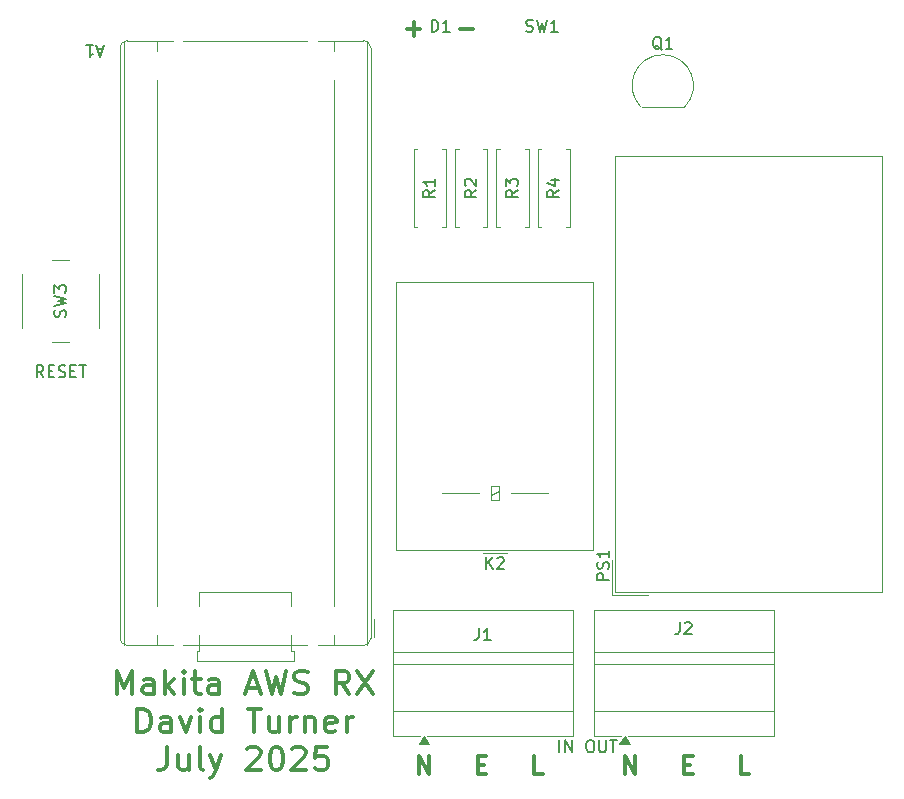
<source format=gto>
%TF.GenerationSoftware,KiCad,Pcbnew,9.0.2+dfsg-1*%
%TF.CreationDate,2025-07-19T12:09:05+01:00*%
%TF.ProjectId,makita_aws_rx,6d616b69-7461-45f6-9177-735f72782e6b,rev?*%
%TF.SameCoordinates,Original*%
%TF.FileFunction,Legend,Top*%
%TF.FilePolarity,Positive*%
%FSLAX46Y46*%
G04 Gerber Fmt 4.6, Leading zero omitted, Abs format (unit mm)*
G04 Created by KiCad (PCBNEW 9.0.2+dfsg-1) date 2025-07-19 12:09:05*
%MOMM*%
%LPD*%
G01*
G04 APERTURE LIST*
%ADD10C,0.300000*%
%ADD11C,0.150000*%
%ADD12C,0.200000*%
%ADD13C,0.120000*%
G04 APERTURE END LIST*
D10*
X197554510Y-53229400D02*
X198697368Y-53229400D01*
X193054510Y-53229400D02*
X194197368Y-53229400D01*
X193625939Y-53800828D02*
X193625939Y-52657971D01*
X211554510Y-116300828D02*
X211554510Y-114800828D01*
X211554510Y-114800828D02*
X212411653Y-116300828D01*
X212411653Y-116300828D02*
X212411653Y-114800828D01*
X216554510Y-115515114D02*
X217054510Y-115515114D01*
X217268796Y-116300828D02*
X216554510Y-116300828D01*
X216554510Y-116300828D02*
X216554510Y-114800828D01*
X216554510Y-114800828D02*
X217268796Y-114800828D01*
X222054510Y-116300828D02*
X221340224Y-116300828D01*
X221340224Y-116300828D02*
X221340224Y-114800828D01*
X194054510Y-116300828D02*
X194054510Y-114800828D01*
X194054510Y-114800828D02*
X194911653Y-116300828D01*
X194911653Y-116300828D02*
X194911653Y-114800828D01*
X199054510Y-115515114D02*
X199554510Y-115515114D01*
X199768796Y-116300828D02*
X199054510Y-116300828D01*
X199054510Y-116300828D02*
X199054510Y-114800828D01*
X199054510Y-114800828D02*
X199768796Y-114800828D01*
X204554510Y-116300828D02*
X203840224Y-116300828D01*
X203840224Y-116300828D02*
X203840224Y-114800828D01*
X168488094Y-109549862D02*
X168488094Y-107549862D01*
X168488094Y-107549862D02*
X169154761Y-108978433D01*
X169154761Y-108978433D02*
X169821427Y-107549862D01*
X169821427Y-107549862D02*
X169821427Y-109549862D01*
X171630951Y-109549862D02*
X171630951Y-108502243D01*
X171630951Y-108502243D02*
X171535713Y-108311766D01*
X171535713Y-108311766D02*
X171345237Y-108216528D01*
X171345237Y-108216528D02*
X170964284Y-108216528D01*
X170964284Y-108216528D02*
X170773808Y-108311766D01*
X171630951Y-109454624D02*
X171440475Y-109549862D01*
X171440475Y-109549862D02*
X170964284Y-109549862D01*
X170964284Y-109549862D02*
X170773808Y-109454624D01*
X170773808Y-109454624D02*
X170678570Y-109264147D01*
X170678570Y-109264147D02*
X170678570Y-109073671D01*
X170678570Y-109073671D02*
X170773808Y-108883195D01*
X170773808Y-108883195D02*
X170964284Y-108787957D01*
X170964284Y-108787957D02*
X171440475Y-108787957D01*
X171440475Y-108787957D02*
X171630951Y-108692719D01*
X172583332Y-109549862D02*
X172583332Y-107549862D01*
X172773808Y-108787957D02*
X173345237Y-109549862D01*
X173345237Y-108216528D02*
X172583332Y-108978433D01*
X174202380Y-109549862D02*
X174202380Y-108216528D01*
X174202380Y-107549862D02*
X174107142Y-107645100D01*
X174107142Y-107645100D02*
X174202380Y-107740338D01*
X174202380Y-107740338D02*
X174297618Y-107645100D01*
X174297618Y-107645100D02*
X174202380Y-107549862D01*
X174202380Y-107549862D02*
X174202380Y-107740338D01*
X174869047Y-108216528D02*
X175630951Y-108216528D01*
X175154761Y-107549862D02*
X175154761Y-109264147D01*
X175154761Y-109264147D02*
X175249999Y-109454624D01*
X175249999Y-109454624D02*
X175440475Y-109549862D01*
X175440475Y-109549862D02*
X175630951Y-109549862D01*
X177154761Y-109549862D02*
X177154761Y-108502243D01*
X177154761Y-108502243D02*
X177059523Y-108311766D01*
X177059523Y-108311766D02*
X176869047Y-108216528D01*
X176869047Y-108216528D02*
X176488094Y-108216528D01*
X176488094Y-108216528D02*
X176297618Y-108311766D01*
X177154761Y-109454624D02*
X176964285Y-109549862D01*
X176964285Y-109549862D02*
X176488094Y-109549862D01*
X176488094Y-109549862D02*
X176297618Y-109454624D01*
X176297618Y-109454624D02*
X176202380Y-109264147D01*
X176202380Y-109264147D02*
X176202380Y-109073671D01*
X176202380Y-109073671D02*
X176297618Y-108883195D01*
X176297618Y-108883195D02*
X176488094Y-108787957D01*
X176488094Y-108787957D02*
X176964285Y-108787957D01*
X176964285Y-108787957D02*
X177154761Y-108692719D01*
X179535714Y-108978433D02*
X180488095Y-108978433D01*
X179345238Y-109549862D02*
X180011904Y-107549862D01*
X180011904Y-107549862D02*
X180678571Y-109549862D01*
X181154762Y-107549862D02*
X181630952Y-109549862D01*
X181630952Y-109549862D02*
X182011905Y-108121290D01*
X182011905Y-108121290D02*
X182392857Y-109549862D01*
X182392857Y-109549862D02*
X182869048Y-107549862D01*
X183535714Y-109454624D02*
X183821428Y-109549862D01*
X183821428Y-109549862D02*
X184297619Y-109549862D01*
X184297619Y-109549862D02*
X184488095Y-109454624D01*
X184488095Y-109454624D02*
X184583333Y-109359385D01*
X184583333Y-109359385D02*
X184678571Y-109168909D01*
X184678571Y-109168909D02*
X184678571Y-108978433D01*
X184678571Y-108978433D02*
X184583333Y-108787957D01*
X184583333Y-108787957D02*
X184488095Y-108692719D01*
X184488095Y-108692719D02*
X184297619Y-108597481D01*
X184297619Y-108597481D02*
X183916666Y-108502243D01*
X183916666Y-108502243D02*
X183726190Y-108407004D01*
X183726190Y-108407004D02*
X183630952Y-108311766D01*
X183630952Y-108311766D02*
X183535714Y-108121290D01*
X183535714Y-108121290D02*
X183535714Y-107930814D01*
X183535714Y-107930814D02*
X183630952Y-107740338D01*
X183630952Y-107740338D02*
X183726190Y-107645100D01*
X183726190Y-107645100D02*
X183916666Y-107549862D01*
X183916666Y-107549862D02*
X184392857Y-107549862D01*
X184392857Y-107549862D02*
X184678571Y-107645100D01*
X188202381Y-109549862D02*
X187535714Y-108597481D01*
X187059524Y-109549862D02*
X187059524Y-107549862D01*
X187059524Y-107549862D02*
X187821429Y-107549862D01*
X187821429Y-107549862D02*
X188011905Y-107645100D01*
X188011905Y-107645100D02*
X188107143Y-107740338D01*
X188107143Y-107740338D02*
X188202381Y-107930814D01*
X188202381Y-107930814D02*
X188202381Y-108216528D01*
X188202381Y-108216528D02*
X188107143Y-108407004D01*
X188107143Y-108407004D02*
X188011905Y-108502243D01*
X188011905Y-108502243D02*
X187821429Y-108597481D01*
X187821429Y-108597481D02*
X187059524Y-108597481D01*
X188869048Y-107549862D02*
X190202381Y-109549862D01*
X190202381Y-107549862D02*
X188869048Y-109549862D01*
X170249999Y-112769750D02*
X170249999Y-110769750D01*
X170249999Y-110769750D02*
X170726189Y-110769750D01*
X170726189Y-110769750D02*
X171011904Y-110864988D01*
X171011904Y-110864988D02*
X171202380Y-111055464D01*
X171202380Y-111055464D02*
X171297618Y-111245940D01*
X171297618Y-111245940D02*
X171392856Y-111626892D01*
X171392856Y-111626892D02*
X171392856Y-111912607D01*
X171392856Y-111912607D02*
X171297618Y-112293559D01*
X171297618Y-112293559D02*
X171202380Y-112484035D01*
X171202380Y-112484035D02*
X171011904Y-112674512D01*
X171011904Y-112674512D02*
X170726189Y-112769750D01*
X170726189Y-112769750D02*
X170249999Y-112769750D01*
X173107142Y-112769750D02*
X173107142Y-111722131D01*
X173107142Y-111722131D02*
X173011904Y-111531654D01*
X173011904Y-111531654D02*
X172821428Y-111436416D01*
X172821428Y-111436416D02*
X172440475Y-111436416D01*
X172440475Y-111436416D02*
X172249999Y-111531654D01*
X173107142Y-112674512D02*
X172916666Y-112769750D01*
X172916666Y-112769750D02*
X172440475Y-112769750D01*
X172440475Y-112769750D02*
X172249999Y-112674512D01*
X172249999Y-112674512D02*
X172154761Y-112484035D01*
X172154761Y-112484035D02*
X172154761Y-112293559D01*
X172154761Y-112293559D02*
X172249999Y-112103083D01*
X172249999Y-112103083D02*
X172440475Y-112007845D01*
X172440475Y-112007845D02*
X172916666Y-112007845D01*
X172916666Y-112007845D02*
X173107142Y-111912607D01*
X173869047Y-111436416D02*
X174345237Y-112769750D01*
X174345237Y-112769750D02*
X174821428Y-111436416D01*
X175583333Y-112769750D02*
X175583333Y-111436416D01*
X175583333Y-110769750D02*
X175488095Y-110864988D01*
X175488095Y-110864988D02*
X175583333Y-110960226D01*
X175583333Y-110960226D02*
X175678571Y-110864988D01*
X175678571Y-110864988D02*
X175583333Y-110769750D01*
X175583333Y-110769750D02*
X175583333Y-110960226D01*
X177392857Y-112769750D02*
X177392857Y-110769750D01*
X177392857Y-112674512D02*
X177202381Y-112769750D01*
X177202381Y-112769750D02*
X176821428Y-112769750D01*
X176821428Y-112769750D02*
X176630952Y-112674512D01*
X176630952Y-112674512D02*
X176535714Y-112579273D01*
X176535714Y-112579273D02*
X176440476Y-112388797D01*
X176440476Y-112388797D02*
X176440476Y-111817369D01*
X176440476Y-111817369D02*
X176535714Y-111626892D01*
X176535714Y-111626892D02*
X176630952Y-111531654D01*
X176630952Y-111531654D02*
X176821428Y-111436416D01*
X176821428Y-111436416D02*
X177202381Y-111436416D01*
X177202381Y-111436416D02*
X177392857Y-111531654D01*
X179583334Y-110769750D02*
X180726191Y-110769750D01*
X180154762Y-112769750D02*
X180154762Y-110769750D01*
X182250001Y-111436416D02*
X182250001Y-112769750D01*
X181392858Y-111436416D02*
X181392858Y-112484035D01*
X181392858Y-112484035D02*
X181488096Y-112674512D01*
X181488096Y-112674512D02*
X181678572Y-112769750D01*
X181678572Y-112769750D02*
X181964287Y-112769750D01*
X181964287Y-112769750D02*
X182154763Y-112674512D01*
X182154763Y-112674512D02*
X182250001Y-112579273D01*
X183202382Y-112769750D02*
X183202382Y-111436416D01*
X183202382Y-111817369D02*
X183297620Y-111626892D01*
X183297620Y-111626892D02*
X183392858Y-111531654D01*
X183392858Y-111531654D02*
X183583334Y-111436416D01*
X183583334Y-111436416D02*
X183773811Y-111436416D01*
X184440477Y-111436416D02*
X184440477Y-112769750D01*
X184440477Y-111626892D02*
X184535715Y-111531654D01*
X184535715Y-111531654D02*
X184726191Y-111436416D01*
X184726191Y-111436416D02*
X185011906Y-111436416D01*
X185011906Y-111436416D02*
X185202382Y-111531654D01*
X185202382Y-111531654D02*
X185297620Y-111722131D01*
X185297620Y-111722131D02*
X185297620Y-112769750D01*
X187011906Y-112674512D02*
X186821430Y-112769750D01*
X186821430Y-112769750D02*
X186440477Y-112769750D01*
X186440477Y-112769750D02*
X186250001Y-112674512D01*
X186250001Y-112674512D02*
X186154763Y-112484035D01*
X186154763Y-112484035D02*
X186154763Y-111722131D01*
X186154763Y-111722131D02*
X186250001Y-111531654D01*
X186250001Y-111531654D02*
X186440477Y-111436416D01*
X186440477Y-111436416D02*
X186821430Y-111436416D01*
X186821430Y-111436416D02*
X187011906Y-111531654D01*
X187011906Y-111531654D02*
X187107144Y-111722131D01*
X187107144Y-111722131D02*
X187107144Y-111912607D01*
X187107144Y-111912607D02*
X186154763Y-112103083D01*
X187964287Y-112769750D02*
X187964287Y-111436416D01*
X187964287Y-111817369D02*
X188059525Y-111626892D01*
X188059525Y-111626892D02*
X188154763Y-111531654D01*
X188154763Y-111531654D02*
X188345239Y-111436416D01*
X188345239Y-111436416D02*
X188535716Y-111436416D01*
X172773809Y-113989638D02*
X172773809Y-115418209D01*
X172773809Y-115418209D02*
X172678570Y-115703923D01*
X172678570Y-115703923D02*
X172488094Y-115894400D01*
X172488094Y-115894400D02*
X172202380Y-115989638D01*
X172202380Y-115989638D02*
X172011904Y-115989638D01*
X174583333Y-114656304D02*
X174583333Y-115989638D01*
X173726190Y-114656304D02*
X173726190Y-115703923D01*
X173726190Y-115703923D02*
X173821428Y-115894400D01*
X173821428Y-115894400D02*
X174011904Y-115989638D01*
X174011904Y-115989638D02*
X174297619Y-115989638D01*
X174297619Y-115989638D02*
X174488095Y-115894400D01*
X174488095Y-115894400D02*
X174583333Y-115799161D01*
X175821428Y-115989638D02*
X175630952Y-115894400D01*
X175630952Y-115894400D02*
X175535714Y-115703923D01*
X175535714Y-115703923D02*
X175535714Y-113989638D01*
X176392857Y-114656304D02*
X176869047Y-115989638D01*
X177345238Y-114656304D02*
X176869047Y-115989638D01*
X176869047Y-115989638D02*
X176678571Y-116465828D01*
X176678571Y-116465828D02*
X176583333Y-116561066D01*
X176583333Y-116561066D02*
X176392857Y-116656304D01*
X179535715Y-114180114D02*
X179630953Y-114084876D01*
X179630953Y-114084876D02*
X179821429Y-113989638D01*
X179821429Y-113989638D02*
X180297620Y-113989638D01*
X180297620Y-113989638D02*
X180488096Y-114084876D01*
X180488096Y-114084876D02*
X180583334Y-114180114D01*
X180583334Y-114180114D02*
X180678572Y-114370590D01*
X180678572Y-114370590D02*
X180678572Y-114561066D01*
X180678572Y-114561066D02*
X180583334Y-114846780D01*
X180583334Y-114846780D02*
X179440477Y-115989638D01*
X179440477Y-115989638D02*
X180678572Y-115989638D01*
X181916667Y-113989638D02*
X182107144Y-113989638D01*
X182107144Y-113989638D02*
X182297620Y-114084876D01*
X182297620Y-114084876D02*
X182392858Y-114180114D01*
X182392858Y-114180114D02*
X182488096Y-114370590D01*
X182488096Y-114370590D02*
X182583334Y-114751542D01*
X182583334Y-114751542D02*
X182583334Y-115227733D01*
X182583334Y-115227733D02*
X182488096Y-115608685D01*
X182488096Y-115608685D02*
X182392858Y-115799161D01*
X182392858Y-115799161D02*
X182297620Y-115894400D01*
X182297620Y-115894400D02*
X182107144Y-115989638D01*
X182107144Y-115989638D02*
X181916667Y-115989638D01*
X181916667Y-115989638D02*
X181726191Y-115894400D01*
X181726191Y-115894400D02*
X181630953Y-115799161D01*
X181630953Y-115799161D02*
X181535715Y-115608685D01*
X181535715Y-115608685D02*
X181440477Y-115227733D01*
X181440477Y-115227733D02*
X181440477Y-114751542D01*
X181440477Y-114751542D02*
X181535715Y-114370590D01*
X181535715Y-114370590D02*
X181630953Y-114180114D01*
X181630953Y-114180114D02*
X181726191Y-114084876D01*
X181726191Y-114084876D02*
X181916667Y-113989638D01*
X183345239Y-114180114D02*
X183440477Y-114084876D01*
X183440477Y-114084876D02*
X183630953Y-113989638D01*
X183630953Y-113989638D02*
X184107144Y-113989638D01*
X184107144Y-113989638D02*
X184297620Y-114084876D01*
X184297620Y-114084876D02*
X184392858Y-114180114D01*
X184392858Y-114180114D02*
X184488096Y-114370590D01*
X184488096Y-114370590D02*
X184488096Y-114561066D01*
X184488096Y-114561066D02*
X184392858Y-114846780D01*
X184392858Y-114846780D02*
X183250001Y-115989638D01*
X183250001Y-115989638D02*
X184488096Y-115989638D01*
X186297620Y-113989638D02*
X185345239Y-113989638D01*
X185345239Y-113989638D02*
X185250001Y-114942019D01*
X185250001Y-114942019D02*
X185345239Y-114846780D01*
X185345239Y-114846780D02*
X185535715Y-114751542D01*
X185535715Y-114751542D02*
X186011906Y-114751542D01*
X186011906Y-114751542D02*
X186202382Y-114846780D01*
X186202382Y-114846780D02*
X186297620Y-114942019D01*
X186297620Y-114942019D02*
X186392858Y-115132495D01*
X186392858Y-115132495D02*
X186392858Y-115608685D01*
X186392858Y-115608685D02*
X186297620Y-115799161D01*
X186297620Y-115799161D02*
X186202382Y-115894400D01*
X186202382Y-115894400D02*
X186011906Y-115989638D01*
X186011906Y-115989638D02*
X185535715Y-115989638D01*
X185535715Y-115989638D02*
X185345239Y-115894400D01*
X185345239Y-115894400D02*
X185250001Y-115799161D01*
D11*
X195161905Y-53454819D02*
X195161905Y-52454819D01*
X195161905Y-52454819D02*
X195400000Y-52454819D01*
X195400000Y-52454819D02*
X195542857Y-52502438D01*
X195542857Y-52502438D02*
X195638095Y-52597676D01*
X195638095Y-52597676D02*
X195685714Y-52692914D01*
X195685714Y-52692914D02*
X195733333Y-52883390D01*
X195733333Y-52883390D02*
X195733333Y-53026247D01*
X195733333Y-53026247D02*
X195685714Y-53216723D01*
X195685714Y-53216723D02*
X195638095Y-53311961D01*
X195638095Y-53311961D02*
X195542857Y-53407200D01*
X195542857Y-53407200D02*
X195400000Y-53454819D01*
X195400000Y-53454819D02*
X195161905Y-53454819D01*
X196685714Y-53454819D02*
X196114286Y-53454819D01*
X196400000Y-53454819D02*
X196400000Y-52454819D01*
X196400000Y-52454819D02*
X196304762Y-52597676D01*
X196304762Y-52597676D02*
X196209524Y-52692914D01*
X196209524Y-52692914D02*
X196114286Y-52740533D01*
X198954819Y-66856666D02*
X198478628Y-67189999D01*
X198954819Y-67428094D02*
X197954819Y-67428094D01*
X197954819Y-67428094D02*
X197954819Y-67047142D01*
X197954819Y-67047142D02*
X198002438Y-66951904D01*
X198002438Y-66951904D02*
X198050057Y-66904285D01*
X198050057Y-66904285D02*
X198145295Y-66856666D01*
X198145295Y-66856666D02*
X198288152Y-66856666D01*
X198288152Y-66856666D02*
X198383390Y-66904285D01*
X198383390Y-66904285D02*
X198431009Y-66951904D01*
X198431009Y-66951904D02*
X198478628Y-67047142D01*
X198478628Y-67047142D02*
X198478628Y-67428094D01*
X198050057Y-66475713D02*
X198002438Y-66428094D01*
X198002438Y-66428094D02*
X197954819Y-66332856D01*
X197954819Y-66332856D02*
X197954819Y-66094761D01*
X197954819Y-66094761D02*
X198002438Y-65999523D01*
X198002438Y-65999523D02*
X198050057Y-65951904D01*
X198050057Y-65951904D02*
X198145295Y-65904285D01*
X198145295Y-65904285D02*
X198240533Y-65904285D01*
X198240533Y-65904285D02*
X198383390Y-65951904D01*
X198383390Y-65951904D02*
X198954819Y-66523332D01*
X198954819Y-66523332D02*
X198954819Y-65904285D01*
X214634761Y-54990057D02*
X214539523Y-54942438D01*
X214539523Y-54942438D02*
X214444285Y-54847200D01*
X214444285Y-54847200D02*
X214301428Y-54704342D01*
X214301428Y-54704342D02*
X214206190Y-54656723D01*
X214206190Y-54656723D02*
X214110952Y-54656723D01*
X214158571Y-54894819D02*
X214063333Y-54847200D01*
X214063333Y-54847200D02*
X213968095Y-54751961D01*
X213968095Y-54751961D02*
X213920476Y-54561485D01*
X213920476Y-54561485D02*
X213920476Y-54228152D01*
X213920476Y-54228152D02*
X213968095Y-54037676D01*
X213968095Y-54037676D02*
X214063333Y-53942438D01*
X214063333Y-53942438D02*
X214158571Y-53894819D01*
X214158571Y-53894819D02*
X214349047Y-53894819D01*
X214349047Y-53894819D02*
X214444285Y-53942438D01*
X214444285Y-53942438D02*
X214539523Y-54037676D01*
X214539523Y-54037676D02*
X214587142Y-54228152D01*
X214587142Y-54228152D02*
X214587142Y-54561485D01*
X214587142Y-54561485D02*
X214539523Y-54751961D01*
X214539523Y-54751961D02*
X214444285Y-54847200D01*
X214444285Y-54847200D02*
X214349047Y-54894819D01*
X214349047Y-54894819D02*
X214158571Y-54894819D01*
X215539523Y-54894819D02*
X214968095Y-54894819D01*
X215253809Y-54894819D02*
X215253809Y-53894819D01*
X215253809Y-53894819D02*
X215158571Y-54037676D01*
X215158571Y-54037676D02*
X215063333Y-54132914D01*
X215063333Y-54132914D02*
X214968095Y-54180533D01*
X199166666Y-103954819D02*
X199166666Y-104669104D01*
X199166666Y-104669104D02*
X199119047Y-104811961D01*
X199119047Y-104811961D02*
X199023809Y-104907200D01*
X199023809Y-104907200D02*
X198880952Y-104954819D01*
X198880952Y-104954819D02*
X198785714Y-104954819D01*
X200166666Y-104954819D02*
X199595238Y-104954819D01*
X199880952Y-104954819D02*
X199880952Y-103954819D01*
X199880952Y-103954819D02*
X199785714Y-104097676D01*
X199785714Y-104097676D02*
X199690476Y-104192914D01*
X199690476Y-104192914D02*
X199595238Y-104240533D01*
D12*
X205976191Y-114452219D02*
X205976191Y-113452219D01*
X206452381Y-114452219D02*
X206452381Y-113452219D01*
X206452381Y-113452219D02*
X207023809Y-114452219D01*
X207023809Y-114452219D02*
X207023809Y-113452219D01*
D11*
X202454819Y-66856666D02*
X201978628Y-67189999D01*
X202454819Y-67428094D02*
X201454819Y-67428094D01*
X201454819Y-67428094D02*
X201454819Y-67047142D01*
X201454819Y-67047142D02*
X201502438Y-66951904D01*
X201502438Y-66951904D02*
X201550057Y-66904285D01*
X201550057Y-66904285D02*
X201645295Y-66856666D01*
X201645295Y-66856666D02*
X201788152Y-66856666D01*
X201788152Y-66856666D02*
X201883390Y-66904285D01*
X201883390Y-66904285D02*
X201931009Y-66951904D01*
X201931009Y-66951904D02*
X201978628Y-67047142D01*
X201978628Y-67047142D02*
X201978628Y-67428094D01*
X201454819Y-66523332D02*
X201454819Y-65904285D01*
X201454819Y-65904285D02*
X201835771Y-66237618D01*
X201835771Y-66237618D02*
X201835771Y-66094761D01*
X201835771Y-66094761D02*
X201883390Y-65999523D01*
X201883390Y-65999523D02*
X201931009Y-65951904D01*
X201931009Y-65951904D02*
X202026247Y-65904285D01*
X202026247Y-65904285D02*
X202264342Y-65904285D01*
X202264342Y-65904285D02*
X202359580Y-65951904D01*
X202359580Y-65951904D02*
X202407200Y-65999523D01*
X202407200Y-65999523D02*
X202454819Y-66094761D01*
X202454819Y-66094761D02*
X202454819Y-66380475D01*
X202454819Y-66380475D02*
X202407200Y-66475713D01*
X202407200Y-66475713D02*
X202359580Y-66523332D01*
X205954819Y-66856666D02*
X205478628Y-67189999D01*
X205954819Y-67428094D02*
X204954819Y-67428094D01*
X204954819Y-67428094D02*
X204954819Y-67047142D01*
X204954819Y-67047142D02*
X205002438Y-66951904D01*
X205002438Y-66951904D02*
X205050057Y-66904285D01*
X205050057Y-66904285D02*
X205145295Y-66856666D01*
X205145295Y-66856666D02*
X205288152Y-66856666D01*
X205288152Y-66856666D02*
X205383390Y-66904285D01*
X205383390Y-66904285D02*
X205431009Y-66951904D01*
X205431009Y-66951904D02*
X205478628Y-67047142D01*
X205478628Y-67047142D02*
X205478628Y-67428094D01*
X205288152Y-65999523D02*
X205954819Y-65999523D01*
X204907200Y-66237618D02*
X205621485Y-66475713D01*
X205621485Y-66475713D02*
X205621485Y-65856666D01*
X203166667Y-53407200D02*
X203309524Y-53454819D01*
X203309524Y-53454819D02*
X203547619Y-53454819D01*
X203547619Y-53454819D02*
X203642857Y-53407200D01*
X203642857Y-53407200D02*
X203690476Y-53359580D01*
X203690476Y-53359580D02*
X203738095Y-53264342D01*
X203738095Y-53264342D02*
X203738095Y-53169104D01*
X203738095Y-53169104D02*
X203690476Y-53073866D01*
X203690476Y-53073866D02*
X203642857Y-53026247D01*
X203642857Y-53026247D02*
X203547619Y-52978628D01*
X203547619Y-52978628D02*
X203357143Y-52931009D01*
X203357143Y-52931009D02*
X203261905Y-52883390D01*
X203261905Y-52883390D02*
X203214286Y-52835771D01*
X203214286Y-52835771D02*
X203166667Y-52740533D01*
X203166667Y-52740533D02*
X203166667Y-52645295D01*
X203166667Y-52645295D02*
X203214286Y-52550057D01*
X203214286Y-52550057D02*
X203261905Y-52502438D01*
X203261905Y-52502438D02*
X203357143Y-52454819D01*
X203357143Y-52454819D02*
X203595238Y-52454819D01*
X203595238Y-52454819D02*
X203738095Y-52502438D01*
X204071429Y-52454819D02*
X204309524Y-53454819D01*
X204309524Y-53454819D02*
X204500000Y-52740533D01*
X204500000Y-52740533D02*
X204690476Y-53454819D01*
X204690476Y-53454819D02*
X204928572Y-52454819D01*
X205833333Y-53454819D02*
X205261905Y-53454819D01*
X205547619Y-53454819D02*
X205547619Y-52454819D01*
X205547619Y-52454819D02*
X205452381Y-52597676D01*
X205452381Y-52597676D02*
X205357143Y-52692914D01*
X205357143Y-52692914D02*
X205261905Y-52740533D01*
X167353339Y-54875895D02*
X166877149Y-54875895D01*
X167448577Y-54590180D02*
X167115244Y-55590180D01*
X167115244Y-55590180D02*
X166781911Y-54590180D01*
X165924768Y-54590180D02*
X166496196Y-54590180D01*
X166210482Y-54590180D02*
X166210482Y-55590180D01*
X166210482Y-55590180D02*
X166305720Y-55447323D01*
X166305720Y-55447323D02*
X166400958Y-55352085D01*
X166400958Y-55352085D02*
X166496196Y-55304466D01*
X199761905Y-98954819D02*
X199761905Y-97954819D01*
X200333333Y-98954819D02*
X199904762Y-98383390D01*
X200333333Y-97954819D02*
X199761905Y-98526247D01*
X200714286Y-98050057D02*
X200761905Y-98002438D01*
X200761905Y-98002438D02*
X200857143Y-97954819D01*
X200857143Y-97954819D02*
X201095238Y-97954819D01*
X201095238Y-97954819D02*
X201190476Y-98002438D01*
X201190476Y-98002438D02*
X201238095Y-98050057D01*
X201238095Y-98050057D02*
X201285714Y-98145295D01*
X201285714Y-98145295D02*
X201285714Y-98240533D01*
X201285714Y-98240533D02*
X201238095Y-98383390D01*
X201238095Y-98383390D02*
X200666667Y-98954819D01*
X200666667Y-98954819D02*
X201285714Y-98954819D01*
X210164819Y-99874285D02*
X209164819Y-99874285D01*
X209164819Y-99874285D02*
X209164819Y-99493333D01*
X209164819Y-99493333D02*
X209212438Y-99398095D01*
X209212438Y-99398095D02*
X209260057Y-99350476D01*
X209260057Y-99350476D02*
X209355295Y-99302857D01*
X209355295Y-99302857D02*
X209498152Y-99302857D01*
X209498152Y-99302857D02*
X209593390Y-99350476D01*
X209593390Y-99350476D02*
X209641009Y-99398095D01*
X209641009Y-99398095D02*
X209688628Y-99493333D01*
X209688628Y-99493333D02*
X209688628Y-99874285D01*
X210117200Y-98921904D02*
X210164819Y-98779047D01*
X210164819Y-98779047D02*
X210164819Y-98540952D01*
X210164819Y-98540952D02*
X210117200Y-98445714D01*
X210117200Y-98445714D02*
X210069580Y-98398095D01*
X210069580Y-98398095D02*
X209974342Y-98350476D01*
X209974342Y-98350476D02*
X209879104Y-98350476D01*
X209879104Y-98350476D02*
X209783866Y-98398095D01*
X209783866Y-98398095D02*
X209736247Y-98445714D01*
X209736247Y-98445714D02*
X209688628Y-98540952D01*
X209688628Y-98540952D02*
X209641009Y-98731428D01*
X209641009Y-98731428D02*
X209593390Y-98826666D01*
X209593390Y-98826666D02*
X209545771Y-98874285D01*
X209545771Y-98874285D02*
X209450533Y-98921904D01*
X209450533Y-98921904D02*
X209355295Y-98921904D01*
X209355295Y-98921904D02*
X209260057Y-98874285D01*
X209260057Y-98874285D02*
X209212438Y-98826666D01*
X209212438Y-98826666D02*
X209164819Y-98731428D01*
X209164819Y-98731428D02*
X209164819Y-98493333D01*
X209164819Y-98493333D02*
X209212438Y-98350476D01*
X210164819Y-97398095D02*
X210164819Y-97969523D01*
X210164819Y-97683809D02*
X209164819Y-97683809D01*
X209164819Y-97683809D02*
X209307676Y-97779047D01*
X209307676Y-97779047D02*
X209402914Y-97874285D01*
X209402914Y-97874285D02*
X209450533Y-97969523D01*
X195454819Y-66856666D02*
X194978628Y-67189999D01*
X195454819Y-67428094D02*
X194454819Y-67428094D01*
X194454819Y-67428094D02*
X194454819Y-67047142D01*
X194454819Y-67047142D02*
X194502438Y-66951904D01*
X194502438Y-66951904D02*
X194550057Y-66904285D01*
X194550057Y-66904285D02*
X194645295Y-66856666D01*
X194645295Y-66856666D02*
X194788152Y-66856666D01*
X194788152Y-66856666D02*
X194883390Y-66904285D01*
X194883390Y-66904285D02*
X194931009Y-66951904D01*
X194931009Y-66951904D02*
X194978628Y-67047142D01*
X194978628Y-67047142D02*
X194978628Y-67428094D01*
X195454819Y-65904285D02*
X195454819Y-66475713D01*
X195454819Y-66189999D02*
X194454819Y-66189999D01*
X194454819Y-66189999D02*
X194597676Y-66285237D01*
X194597676Y-66285237D02*
X194692914Y-66380475D01*
X194692914Y-66380475D02*
X194740533Y-66475713D01*
X216166666Y-103454819D02*
X216166666Y-104169104D01*
X216166666Y-104169104D02*
X216119047Y-104311961D01*
X216119047Y-104311961D02*
X216023809Y-104407200D01*
X216023809Y-104407200D02*
X215880952Y-104454819D01*
X215880952Y-104454819D02*
X215785714Y-104454819D01*
X216595238Y-103550057D02*
X216642857Y-103502438D01*
X216642857Y-103502438D02*
X216738095Y-103454819D01*
X216738095Y-103454819D02*
X216976190Y-103454819D01*
X216976190Y-103454819D02*
X217071428Y-103502438D01*
X217071428Y-103502438D02*
X217119047Y-103550057D01*
X217119047Y-103550057D02*
X217166666Y-103645295D01*
X217166666Y-103645295D02*
X217166666Y-103740533D01*
X217166666Y-103740533D02*
X217119047Y-103883390D01*
X217119047Y-103883390D02*
X216547619Y-104454819D01*
X216547619Y-104454819D02*
X217166666Y-104454819D01*
D12*
X208500000Y-113452219D02*
X208690476Y-113452219D01*
X208690476Y-113452219D02*
X208785714Y-113499838D01*
X208785714Y-113499838D02*
X208880952Y-113595076D01*
X208880952Y-113595076D02*
X208928571Y-113785552D01*
X208928571Y-113785552D02*
X208928571Y-114118885D01*
X208928571Y-114118885D02*
X208880952Y-114309361D01*
X208880952Y-114309361D02*
X208785714Y-114404600D01*
X208785714Y-114404600D02*
X208690476Y-114452219D01*
X208690476Y-114452219D02*
X208500000Y-114452219D01*
X208500000Y-114452219D02*
X208404762Y-114404600D01*
X208404762Y-114404600D02*
X208309524Y-114309361D01*
X208309524Y-114309361D02*
X208261905Y-114118885D01*
X208261905Y-114118885D02*
X208261905Y-113785552D01*
X208261905Y-113785552D02*
X208309524Y-113595076D01*
X208309524Y-113595076D02*
X208404762Y-113499838D01*
X208404762Y-113499838D02*
X208500000Y-113452219D01*
X209357143Y-113452219D02*
X209357143Y-114261742D01*
X209357143Y-114261742D02*
X209404762Y-114356980D01*
X209404762Y-114356980D02*
X209452381Y-114404600D01*
X209452381Y-114404600D02*
X209547619Y-114452219D01*
X209547619Y-114452219D02*
X209738095Y-114452219D01*
X209738095Y-114452219D02*
X209833333Y-114404600D01*
X209833333Y-114404600D02*
X209880952Y-114356980D01*
X209880952Y-114356980D02*
X209928571Y-114261742D01*
X209928571Y-114261742D02*
X209928571Y-113452219D01*
X210261905Y-113452219D02*
X210833333Y-113452219D01*
X210547619Y-114452219D02*
X210547619Y-113452219D01*
D11*
X164157200Y-77583332D02*
X164204819Y-77440475D01*
X164204819Y-77440475D02*
X164204819Y-77202380D01*
X164204819Y-77202380D02*
X164157200Y-77107142D01*
X164157200Y-77107142D02*
X164109580Y-77059523D01*
X164109580Y-77059523D02*
X164014342Y-77011904D01*
X164014342Y-77011904D02*
X163919104Y-77011904D01*
X163919104Y-77011904D02*
X163823866Y-77059523D01*
X163823866Y-77059523D02*
X163776247Y-77107142D01*
X163776247Y-77107142D02*
X163728628Y-77202380D01*
X163728628Y-77202380D02*
X163681009Y-77392856D01*
X163681009Y-77392856D02*
X163633390Y-77488094D01*
X163633390Y-77488094D02*
X163585771Y-77535713D01*
X163585771Y-77535713D02*
X163490533Y-77583332D01*
X163490533Y-77583332D02*
X163395295Y-77583332D01*
X163395295Y-77583332D02*
X163300057Y-77535713D01*
X163300057Y-77535713D02*
X163252438Y-77488094D01*
X163252438Y-77488094D02*
X163204819Y-77392856D01*
X163204819Y-77392856D02*
X163204819Y-77154761D01*
X163204819Y-77154761D02*
X163252438Y-77011904D01*
X163204819Y-76678570D02*
X164204819Y-76440475D01*
X164204819Y-76440475D02*
X163490533Y-76249999D01*
X163490533Y-76249999D02*
X164204819Y-76059523D01*
X164204819Y-76059523D02*
X163204819Y-75821428D01*
X163204819Y-75535713D02*
X163204819Y-74916666D01*
X163204819Y-74916666D02*
X163585771Y-75249999D01*
X163585771Y-75249999D02*
X163585771Y-75107142D01*
X163585771Y-75107142D02*
X163633390Y-75011904D01*
X163633390Y-75011904D02*
X163681009Y-74964285D01*
X163681009Y-74964285D02*
X163776247Y-74916666D01*
X163776247Y-74916666D02*
X164014342Y-74916666D01*
X164014342Y-74916666D02*
X164109580Y-74964285D01*
X164109580Y-74964285D02*
X164157200Y-75011904D01*
X164157200Y-75011904D02*
X164204819Y-75107142D01*
X164204819Y-75107142D02*
X164204819Y-75392856D01*
X164204819Y-75392856D02*
X164157200Y-75488094D01*
X164157200Y-75488094D02*
X164109580Y-75535713D01*
D12*
X162297618Y-82702219D02*
X161964285Y-82226028D01*
X161726190Y-82702219D02*
X161726190Y-81702219D01*
X161726190Y-81702219D02*
X162107142Y-81702219D01*
X162107142Y-81702219D02*
X162202380Y-81749838D01*
X162202380Y-81749838D02*
X162249999Y-81797457D01*
X162249999Y-81797457D02*
X162297618Y-81892695D01*
X162297618Y-81892695D02*
X162297618Y-82035552D01*
X162297618Y-82035552D02*
X162249999Y-82130790D01*
X162249999Y-82130790D02*
X162202380Y-82178409D01*
X162202380Y-82178409D02*
X162107142Y-82226028D01*
X162107142Y-82226028D02*
X161726190Y-82226028D01*
X162726190Y-82178409D02*
X163059523Y-82178409D01*
X163202380Y-82702219D02*
X162726190Y-82702219D01*
X162726190Y-82702219D02*
X162726190Y-81702219D01*
X162726190Y-81702219D02*
X163202380Y-81702219D01*
X163583333Y-82654600D02*
X163726190Y-82702219D01*
X163726190Y-82702219D02*
X163964285Y-82702219D01*
X163964285Y-82702219D02*
X164059523Y-82654600D01*
X164059523Y-82654600D02*
X164107142Y-82606980D01*
X164107142Y-82606980D02*
X164154761Y-82511742D01*
X164154761Y-82511742D02*
X164154761Y-82416504D01*
X164154761Y-82416504D02*
X164107142Y-82321266D01*
X164107142Y-82321266D02*
X164059523Y-82273647D01*
X164059523Y-82273647D02*
X163964285Y-82226028D01*
X163964285Y-82226028D02*
X163773809Y-82178409D01*
X163773809Y-82178409D02*
X163678571Y-82130790D01*
X163678571Y-82130790D02*
X163630952Y-82083171D01*
X163630952Y-82083171D02*
X163583333Y-81987933D01*
X163583333Y-81987933D02*
X163583333Y-81892695D01*
X163583333Y-81892695D02*
X163630952Y-81797457D01*
X163630952Y-81797457D02*
X163678571Y-81749838D01*
X163678571Y-81749838D02*
X163773809Y-81702219D01*
X163773809Y-81702219D02*
X164011904Y-81702219D01*
X164011904Y-81702219D02*
X164154761Y-81749838D01*
X164583333Y-82178409D02*
X164916666Y-82178409D01*
X165059523Y-82702219D02*
X164583333Y-82702219D01*
X164583333Y-82702219D02*
X164583333Y-81702219D01*
X164583333Y-81702219D02*
X165059523Y-81702219D01*
X165345238Y-81702219D02*
X165916666Y-81702219D01*
X165630952Y-82702219D02*
X165630952Y-81702219D01*
D13*
%TO.C,R2*%
X197130000Y-63420000D02*
X197460000Y-63420000D01*
X197130000Y-69960000D02*
X197130000Y-63420000D01*
X197460000Y-69960000D02*
X197130000Y-69960000D01*
X199540000Y-69960000D02*
X199870000Y-69960000D01*
X199870000Y-63420000D02*
X199540000Y-63420000D01*
X199870000Y-69960000D02*
X199870000Y-63420000D01*
%TO.C,Q1*%
X212930000Y-59850000D02*
X216530000Y-59850000D01*
X212891522Y-59838478D02*
G75*
G02*
X214730000Y-55399999I1838478J1838478D01*
G01*
X214730000Y-55400000D02*
G75*
G02*
X216568478Y-59838478I0J-2600000D01*
G01*
%TO.C,J1*%
X191880000Y-102380000D02*
X191880000Y-113120000D01*
X191880000Y-102380000D02*
X207120000Y-102380000D01*
X191880000Y-106000000D02*
X207120000Y-106000000D01*
X191880000Y-107000000D02*
X207120000Y-107000000D01*
X191880000Y-111000000D02*
X207120000Y-111000000D01*
X191880000Y-113120000D02*
X194200000Y-113120000D01*
X194800000Y-113120000D02*
X207120000Y-113120000D01*
X207120000Y-102380000D02*
X207120000Y-113120000D01*
X194940000Y-113730000D02*
X194060000Y-113730000D01*
X194500000Y-113120000D01*
X194940000Y-113730000D01*
G36*
X194940000Y-113730000D02*
G01*
X194060000Y-113730000D01*
X194500000Y-113120000D01*
X194940000Y-113730000D01*
G37*
%TO.C,R3*%
X200630000Y-63420000D02*
X200960000Y-63420000D01*
X200630000Y-69960000D02*
X200630000Y-63420000D01*
X200960000Y-69960000D02*
X200630000Y-69960000D01*
X203040000Y-69960000D02*
X203370000Y-69960000D01*
X203370000Y-63420000D02*
X203040000Y-63420000D01*
X203370000Y-69960000D02*
X203370000Y-63420000D01*
%TO.C,R4*%
X204130000Y-63420000D02*
X204130000Y-69960000D01*
X204130000Y-69960000D02*
X204460000Y-69960000D01*
X204460000Y-63420000D02*
X204130000Y-63420000D01*
X206540000Y-63420000D02*
X206870000Y-63420000D01*
X206870000Y-63420000D02*
X206870000Y-69960000D01*
X206870000Y-69960000D02*
X206540000Y-69960000D01*
%TO.C,A1*%
X168780000Y-104810000D02*
X168780000Y-54810000D01*
X169120000Y-54263000D02*
X169120000Y-105357000D01*
X169390000Y-105420000D02*
X171880000Y-105420000D01*
X171880000Y-55113520D02*
X171880000Y-54200000D01*
X171880000Y-102113520D02*
X171880000Y-57506480D01*
X171880000Y-105420000D02*
X171880000Y-104506480D01*
X173227939Y-54200000D02*
X169390000Y-54200000D01*
X173227939Y-105420000D02*
X171880000Y-105420000D01*
X174152061Y-54200000D02*
X175790000Y-54200000D01*
X175155000Y-105420000D02*
X174152061Y-105420000D01*
X175280000Y-105900000D02*
X175490000Y-105900000D01*
X175280000Y-106720000D02*
X175280000Y-105900000D01*
X175490000Y-100900000D02*
X183290000Y-100900000D01*
X175490000Y-102116000D02*
X175490000Y-100900000D01*
X175490000Y-105900000D02*
X175490000Y-104504000D01*
X175790000Y-54200000D02*
X182990000Y-54200000D01*
X182990000Y-54200000D02*
X184627939Y-54200000D01*
X183290000Y-102116000D02*
X183290000Y-100900000D01*
X183290000Y-105900000D02*
X183290000Y-104504000D01*
X183500000Y-105900000D02*
X183290000Y-105900000D01*
X183500000Y-106720000D02*
X175280000Y-106720000D01*
X183500000Y-106720000D02*
X183500000Y-105900000D01*
X183625000Y-105420000D02*
X175155000Y-105420000D01*
X184627939Y-105420000D02*
X183625000Y-105420000D01*
X186900000Y-55113520D02*
X186900000Y-54200000D01*
X186900000Y-102113520D02*
X186900000Y-57506480D01*
X186900000Y-105420000D02*
X185552060Y-105420000D01*
X186900000Y-105420000D02*
X186900000Y-104506480D01*
X189390000Y-54200000D02*
X185552061Y-54200000D01*
X189390000Y-105420000D02*
X186900000Y-105420000D01*
X189660000Y-105357000D02*
X189660000Y-54263000D01*
X190000000Y-104810000D02*
X190000000Y-54810000D01*
X190320000Y-103140000D02*
X190320000Y-104740000D01*
X168780000Y-54810000D02*
G75*
G02*
X169390000Y-54200000I610000J0D01*
G01*
X169390000Y-105420000D02*
G75*
G02*
X168780000Y-104810000I0J610000D01*
G01*
X189390000Y-54200000D02*
G75*
G02*
X190000000Y-54810000I99J-609901D01*
G01*
X190000000Y-104810000D02*
G75*
G02*
X189390000Y-105420000I-610000J0D01*
G01*
%TO.C,K2*%
X192150000Y-74650000D02*
X192150000Y-97350000D01*
X192150000Y-97350000D02*
X208850000Y-97350000D01*
X199150000Y-92500000D02*
X196000000Y-92500000D01*
X200150000Y-91900000D02*
X200150000Y-93100000D01*
X200150000Y-93100000D02*
X200850000Y-93100000D01*
X200850000Y-91900000D02*
X200150000Y-91900000D01*
X200850000Y-92300000D02*
X200150000Y-92700000D01*
X200850000Y-93100000D02*
X200850000Y-91900000D01*
X201500000Y-97610000D02*
X199500000Y-97610000D01*
X205000000Y-92500000D02*
X201850000Y-92500000D01*
X208850000Y-74650000D02*
X192150000Y-74650000D01*
X208850000Y-97350000D02*
X208850000Y-74650000D01*
%TO.C,PS1*%
X210450000Y-101160000D02*
X210450000Y-98160000D01*
X210690000Y-64000000D02*
X233310000Y-64000000D01*
X210690000Y-100920000D02*
X210690000Y-64000000D01*
X210690000Y-100920000D02*
X233310000Y-100920000D01*
X213450000Y-101160000D02*
X210450000Y-101160000D01*
X233310000Y-100920000D02*
X233310000Y-64000000D01*
%TO.C,R1*%
X193630000Y-63420000D02*
X193630000Y-69960000D01*
X193630000Y-69960000D02*
X193960000Y-69960000D01*
X193960000Y-63420000D02*
X193630000Y-63420000D01*
X196040000Y-63420000D02*
X196370000Y-63420000D01*
X196370000Y-63420000D02*
X196370000Y-69960000D01*
X196370000Y-69960000D02*
X196040000Y-69960000D01*
%TO.C,J2*%
X208880000Y-102380000D02*
X208880000Y-113120000D01*
X208880000Y-102380000D02*
X224120000Y-102380000D01*
X208880000Y-106000000D02*
X224120000Y-106000000D01*
X208880000Y-107000000D02*
X224120000Y-107000000D01*
X208880000Y-111000000D02*
X224120000Y-111000000D01*
X208880000Y-113120000D02*
X211200000Y-113120000D01*
X211800000Y-113120000D02*
X224120000Y-113120000D01*
X224120000Y-102380000D02*
X224120000Y-113120000D01*
X211940000Y-113730000D02*
X211060000Y-113730000D01*
X211500000Y-113120000D01*
X211940000Y-113730000D01*
G36*
X211940000Y-113730000D02*
G01*
X211060000Y-113730000D01*
X211500000Y-113120000D01*
X211940000Y-113730000D01*
G37*
%TO.C,SW3*%
X160500000Y-74000000D02*
X160500000Y-78500000D01*
X163000000Y-79750000D02*
X164500000Y-79750000D01*
X164500000Y-72750000D02*
X163000000Y-72750000D01*
X167000000Y-78500000D02*
X167000000Y-74000000D01*
%TD*%
M02*

</source>
